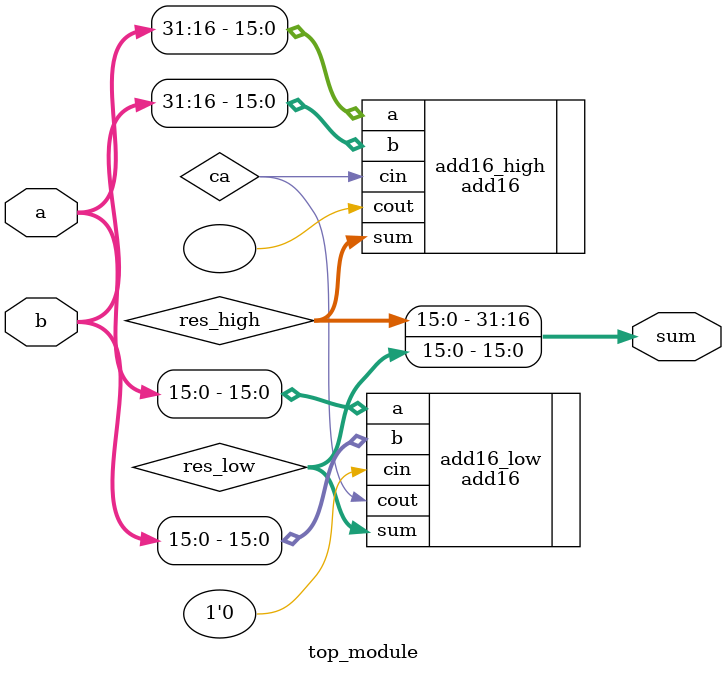
<source format=v>
module top_module(
    input [31:0] a,
    input [31:0] b,
    output [31:0] sum
);

//module add16 ( input[15:0] a, input[15:0] b, input cin, output[15:0] sum, output cout );

wire [15:0] res_low, res_high;
wire ca;
add16 add16_low(.a(a[15:0]),
                .b(b[15:0]),
                .cin(1'b0),
                .sum(res_low),
                .cout(ca));

add16 add16_high(.a(a[31:16]),
                .b(b[31:16]),
                .cin(ca),
                .sum(res_high),
                .cout());

assign sum = {res_high, res_low};

endmodule
</source>
